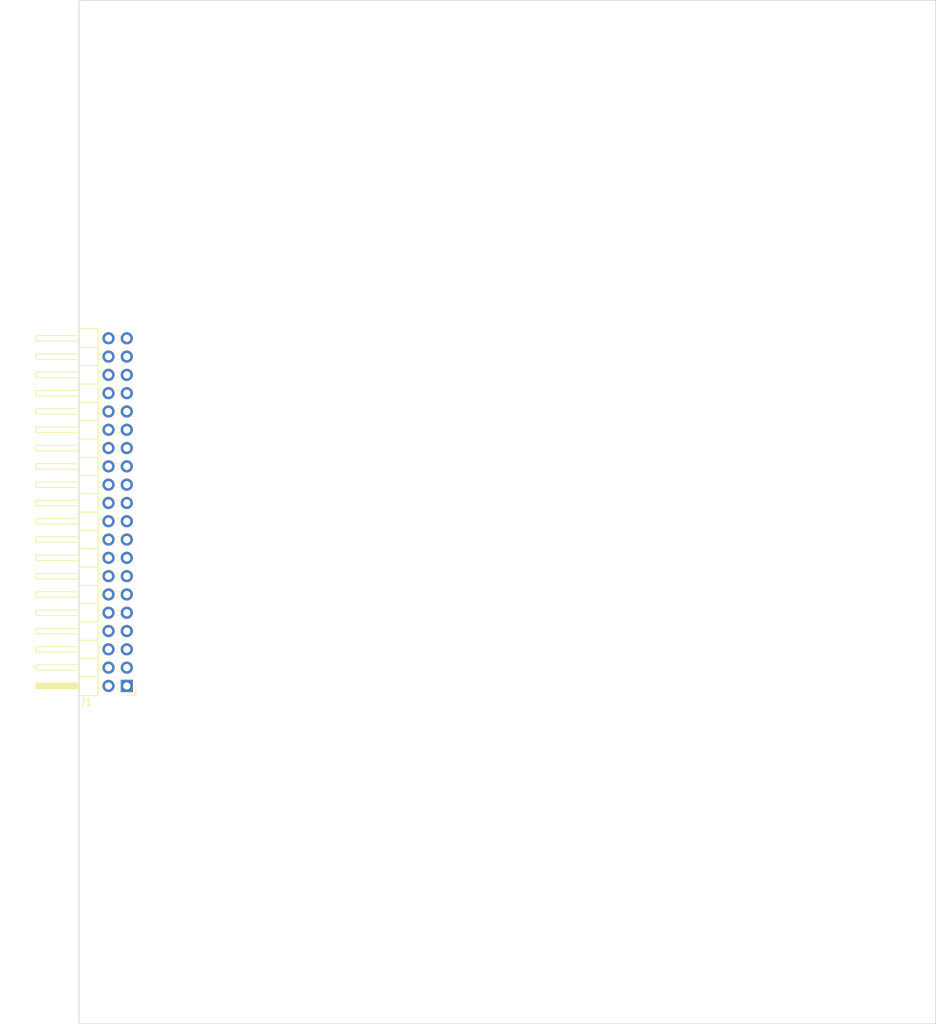
<source format=kicad_pcb>
(kicad_pcb (version 20201220) (generator pcbnew)
  (layers (0 "F.Cu" signal) (31 "B.Cu" signal) (34 "B.Paste" user) (35 "F.Paste" user) (36 "B.SilkS" user "B.Silkscreen") (37 "F.SilkS" user "F.Silkscreen") (38 "B.Mask" user) (39 "F.Mask" user) (44 "Edge.Cuts" user))
  (net 0 "")
  (net 1 "no_connect_35")
  (net 2 "no_connect_33")
  (net 3 "no_connect_32")
  (net 4 "no_connect_31")
  (net 5 "no_connect_30")
  (net 6 "no_connect_29")
  (net 7 "no_connect_28")
  (net 8 "no_connect_27")
  (net 9 "no_connect_26")
  (net 10 "no_connect_25")
  (net 11 "no_connect_24")
  (net 12 "no_connect_22")
  (net 13 "no_connect_21")
  (net 14 "no_connect_20")
  (net 15 "no_connect_19")
  (net 16 "no_connect_18")
  (net 17 "no_connect_17")
  (net 18 "no_connect_16")
  (net 19 "no_connect_15")
  (net 20 "no_connect_14")
  (net 21 "no_connect_13")
  (net 22 "no_connect_11")
  (net 23 "no_connect_10")
  (net 24 "no_connect_9")
  (net 25 "no_connect_8")
  (net 26 "no_connect_7")
  (net 27 "no_connect_6")
  (net 28 "no_connect_5")
  (net 29 "no_connect_4")
  (net 30 "no_connect_3")
  (net 31 "no_connect_2")
  (net 32 "no_connect_40")
  (net 33 "no_connect_39")
  (net 34 "no_connect_38")
  (net 35 "no_connect_37")
  (net 36 "no_connect_36")
  (net 37 "no_connect_34")
  (net 38 "no_connect_23")
  (net 39 "no_connect_12")
  (net 40 "no_connect_1")
  (footprint "Connector_PinHeader_2.54mm:PinHeader_2x20_P2.54mm_Horizontal" (layer "F.Cu") (at 6.64 95.17 180)
    (fp_text reference "J1" (at 5.655 -2.27) (layer "F.SilkS"))
    (fp_text value "Conn_02x20_Counter_Clockwise")
    (fp_line (start 1.042929 45.34) (end 1.497071 45.34) (layer "F.SilkS") (width 0.12))
    (fp_line (start 12.64 7.24) (end 12.64 8) (layer "F.SilkS") (width 0.12))
    (fp_line (start 3.582929 7.24) (end 3.98 7.24) (layer "F.SilkS") (width 0.12))
    (fp_line (start 12.64 15.62) (end 6.64 15.62) (layer "F.SilkS") (width 0.12))
    (fp_line (start 3.582929 33.4) (end 3.98 33.4) (layer "F.SilkS") (width 0.12))
    (fp_line (start 3.582929 45.34) (end 3.98 45.34) (layer "F.SilkS") (width 0.12))
    (fp_line (start 3.582929 0.38) (end 3.98 0.38) (layer "F.SilkS") (width 0.12))
    (fp_line (start 3.582929 14.86) (end 3.98 14.86) (layer "F.SilkS") (width 0.12))
    (fp_line (start 12.64 35.18) (end 12.64 35.94) (layer "F.SilkS") (width 0.12))
    (fp_line (start 1.042929 2.16) (end 1.497071 2.16) (layer "F.SilkS") (width 0.12))
    (fp_line (start 3.98 16.51) (end 6.64 16.51) (layer "F.SilkS") (width 0.12))
    (fp_line (start 1.042929 33.4) (end 1.497071 33.4) (layer "F.SilkS") (width 0.12))
    (fp_line (start 3.98 19.05) (end 6.64 19.05) (layer "F.SilkS") (width 0.12))
    (fp_line (start 1.042929 35.94) (end 1.497071 35.94) (layer "F.SilkS") (width 0.12))
    (fp_line (start 12.64 10.54) (end 6.64 10.54) (layer "F.SilkS") (width 0.12))
    (fp_line (start 12.64 0.38) (end 6.64 0.38) (layer "F.SilkS") (width 0.12))
    (fp_line (start 1.042929 7.24) (end 1.497071 7.24) (layer "F.SilkS") (width 0.12))
    (fp_line (start 3.582929 8) (end 3.98 8) (layer "F.SilkS") (width 0.12))
    (fp_line (start 1.042929 25.78) (end 1.497071 25.78) (layer "F.SilkS") (width 0.12))
    (fp_line (start 12.64 48.64) (end 6.64 48.64) (layer "F.SilkS") (width 0.12))
    (fp_line (start 1.042929 10.54) (end 1.497071 10.54) (layer "F.SilkS") (width 0.12))
    (fp_line (start 3.98 6.35) (end 6.64 6.35) (layer "F.SilkS") (width 0.12))
    (fp_line (start 3.582929 41.02) (end 3.98 41.02) (layer "F.SilkS") (width 0.12))
    (fp_line (start 3.98 39.37) (end 6.64 39.37) (layer "F.SilkS") (width 0.12))
    (fp_line (start 3.98 31.75) (end 6.64 31.75) (layer "F.SilkS") (width 0.12))
    (fp_line (start 6.64 -0.2) (end 12.64 -0.2) (layer "F.SilkS") (width 0.12))
    (fp_line (start 3.582929 5.46) (end 3.98 5.46) (layer "F.SilkS") (width 0.12))
    (fp_line (start 1.042929 40.26) (end 1.497071 40.26) (layer "F.SilkS") (width 0.12))
    (fp_line (start 12.64 37.72) (end 12.64 38.48) (layer "F.SilkS") (width 0.12))
    (fp_line (start 12.64 40.26) (end 12.64 41.02) (layer "F.SilkS") (width 0.12))
    (fp_line (start 3.98 -1.33) (end 3.98 49.59) (layer "F.SilkS") (width 0.12))
    (fp_line (start 3.98 13.97) (end 6.64 13.97) (layer "F.SilkS") (width 0.12))
    (fp_line (start 1.042929 41.02) (end 1.497071 41.02) (layer "F.SilkS") (width 0.12))
    (fp_line (start 12.64 25.78) (end 6.64 25.78) (layer "F.SilkS") (width 0.12))
    (fp_line (start 6.64 37.72) (end 12.64 37.72) (layer "F.SilkS") (width 0.12))
    (fp_line (start -1.27 -1.27) (end 0 -1.27) (layer "F.SilkS") (width 0.12))
    (fp_line (start 3.582929 20.7) (end 3.98 20.7) (layer "F.SilkS") (width 0.12))
    (fp_line (start 12.64 43.56) (end 6.64 43.56) (layer "F.SilkS") (width 0.12))
    (fp_line (start 3.98 1.27) (end 6.64 1.27) (layer "F.SilkS") (width 0.12))
    (fp_line (start 1.042929 18.16) (end 1.497071 18.16) (layer "F.SilkS") (width 0.12))
    (fp_line (start 3.582929 38.48) (end 3.98 38.48) (layer "F.SilkS") (width 0.12))
    (fp_line (start 1.042929 12.32) (end 1.497071 12.32) (layer "F.SilkS") (width 0.12))
    (fp_line (start 12.64 25.02) (end 12.64 25.78) (layer "F.SilkS") (width 0.12))
    (fp_line (start 3.582929 47.88) (end 3.98 47.88) (layer "F.SilkS") (width 0.12))
    (fp_line (start 3.582929 37.72) (end 3.98 37.72) (layer "F.SilkS") (width 0.12))
    (fp_line (start 6.64 -0.38) (end 12.64 -0.38) (layer "F.SilkS") (width 0.12))
    (fp_line (start 1.042929 30.86) (end 1.497071 30.86) (layer "F.SilkS") (width 0.12))
    (fp_line (start 1.042929 13.08) (end 1.497071 13.08) (layer "F.SilkS") (width 0.12))
    (fp_line (start 3.582929 28.32) (end 3.98 28.32) (layer "F.SilkS") (width 0.12))
    (fp_line (start 1.042929 19.94) (end 1.497071 19.94) (layer "F.SilkS") (width 0.12))
    (fp_line (start 3.98 44.45) (end 6.64 44.45) (layer "F.SilkS") (width 0.12))
    (fp_line (start 1.042929 46.1) (end 1.497071 46.1) (layer "F.SilkS") (width 0.12))
    (fp_line (start 3.98 3.81) (end 6.64 3.81) (layer "F.SilkS") (width 0.12))
    (fp_line (start 3.98 46.99) (end 6.64 46.99) (layer "F.SilkS") (width 0.12))
    (fp_line (start 6.64 49.59) (end 6.64 -1.33) (layer "F.SilkS") (width 0.12))
    (fp_line (start 3.582929 25.02) (end 3.98 25.02) (layer "F.SilkS") (width 0.12))
    (fp_line (start 1.042929 38.48) (end 1.497071 38.48) (layer "F.SilkS") (width 0.12))
    (fp_line (start 3.582929 25.78) (end 3.98 25.78) (layer "F.SilkS") (width 0.12))
    (fp_line (start 12.64 19.94) (end 12.64 20.7) (layer "F.SilkS") (width 0.12))
    (fp_line (start 12.64 9.78) (end 12.64 10.54) (layer "F.SilkS") (width 0.12))
    (fp_line (start 6.64 0.16) (end 12.64 0.16) (layer "F.SilkS") (width 0.12))
    (fp_line (start 1.11 0.38) (end 1.497071 0.38) (layer "F.SilkS") (width 0.12))
    (fp_line (start 3.582929 23.24) (end 3.98 23.24) (layer "F.SilkS") (width 0.12))
    (fp_line (start 1.042929 37.72) (end 1.497071 37.72) (layer "F.SilkS") (width 0.12))
    (fp_line (start 12.64 30.86) (end 6.64 30.86) (layer "F.SilkS") (width 0.12))
    (fp_line (start 12.64 45.34) (end 12.64 46.1) (layer "F.SilkS") (width 0.12))
    (fp_line (start 6.64 7.24) (end 12.64 7.24) (layer "F.SilkS") (width 0.12))
    (fp_line (start 3.98 26.67) (end 6.64 26.67) (layer "F.SilkS") (width 0.12))
    (fp_line (start 12.64 2.92) (end 6.64 2.92) (layer "F.SilkS") (width 0.12))
    (fp_line (start 3.582929 13.08) (end 3.98 13.08) (layer "F.SilkS") (width 0.12))
    (fp_line (start 6.64 -1.33) (end 3.98 -1.33) (layer "F.SilkS") (width 0.12))
    (fp_line (start 6.64 47.88) (end 12.64 47.88) (layer "F.SilkS") (width 0.12))
    (fp_line (start 3.582929 27.56) (end 3.98 27.56) (layer "F.SilkS") (width 0.12))
    (fp_line (start 6.64 40.26) (end 12.64 40.26) (layer "F.SilkS") (width 0.12))
    (fp_line (start 6.64 -0.32) (end 12.64 -0.32) (layer "F.SilkS") (width 0.12))
    (fp_line (start -1.27 0) (end -1.27 -1.27) (layer "F.SilkS") (width 0.12))
    (fp_line (start 3.98 36.83) (end 6.64 36.83) (layer "F.SilkS") (width 0.12))
    (fp_line (start 1.042929 17.4) (end 1.497071 17.4) (layer "F.SilkS") (width 0.12))
    (fp_line (start 6.64 22.48) (end 12.64 22.48) (layer "F.SilkS") (width 0.12))
    (fp_line (start 12.64 2.16) (end 12.64 2.92) (layer "F.SilkS") (width 0.12))
    (fp_line (start 12.64 12.32) (end 12.64 13.08) (layer "F.SilkS") (width 0.12))
    (fp_line (start 6.64 4.7) (end 12.64 4.7) (layer "F.SilkS") (width 0.12))
    (fp_line (start 3.582929 18.16) (end 3.98 18.16) (layer "F.SilkS") (width 0.12))
    (fp_line (start 3.582929 46.1) (end 3.98 46.1) (layer "F.SilkS") (width 0.12))
    (fp_line (start 3.582929 10.54) (end 3.98 10.54) (layer "F.SilkS") (width 0.12))
    (fp_line (start 12.64 46.1) (end 6.64 46.1) (layer "F.SilkS") (width 0.12))
    (fp_line (start 6.64 19.94) (end 12.64 19.94) (layer "F.SilkS") (width 0.12))
    (fp_line (start 1.042929 43.56) (end 1.497071 43.56) (layer "F.SilkS") (width 0.12))
    (fp_line (start 3.582929 43.56) (end 3.98 43.56) (layer "F.SilkS") (width 0.12))
    (fp_line (start 12.64 23.24) (end 6.64 23.24) (layer "F.SilkS") (width 0.12))
    (fp_line (start 1.042929 28.32) (end 1.497071 28.32) (layer "F.SilkS") (width 0.12))
    (fp_line (start 1.042929 47.88) (end 1.497071 47.88) (layer "F.SilkS") (width 0.12))
    (fp_line (start 3.98 29.21) (end 6.64 29.21) (layer "F.SilkS") (width 0.12))
    (fp_line (start 12.64 41.02) (end 6.64 41.02) (layer "F.SilkS") (width 0.12))
    (fp_line (start 6.64 27.56) (end 12.64 27.56) (layer "F.SilkS") (width 0.12))
    (fp_line (start 12.64 47.88) (end 12.64 48.64) (layer "F.SilkS") (width 0.12))
    (fp_line (start 12.64 28.32) (end 6.64 28.32) (layer "F.SilkS") (width 0.12))
    (fp_line (start 12.64 33.4) (end 6.64 33.4) (layer "F.SilkS") (width 0.12))
    (fp_line (start 3.582929 17.4) (end 3.98 17.4) (layer "F.SilkS") (width 0.12))
    (fp_line (start 1.042929 32.64) (end 1.497071 32.64) (layer "F.SilkS") (width 0.12))
    (fp_line (start 6.64 -0.08) (end 12.64 -0.08) (layer "F.SilkS") (width 0.12))
    (fp_line (start 3.582929 48.64) (end 3.98 48.64) (layer "F.SilkS") (width 0.12))
    (fp_line (start 1.042929 2.92) (end 1.497071 2.92) (layer "F.SilkS") (width 0.12))
    (fp_line (start 3.582929 -0.38) (end 3.98 -0.38) (layer "F.SilkS") (width 0.12))
    (fp_line (start 6.64 35.18) (end 12.64 35.18) (layer "F.SilkS") (width 0.12))
    (fp_line (start 3.98 34.29) (end 6.64 34.29) (layer "F.SilkS") (width 0.12))
    (fp_line (start 12.64 17.4) (end 12.64 18.16) (layer "F.SilkS") (width 0.12))
    (fp_line (start 12.64 20.7) (end 6.64 20.7) (layer "F.SilkS") (width 0.12))
    (fp_line (start 1.042929 22.48) (end 1.497071 22.48) (layer "F.SilkS") (width 0.12))
    (fp_line (start 3.582929 4.7) (end 3.98 4.7) (layer "F.SilkS") (width 0.12))
    (fp_line (start 3.582929 35.94) (end 3.98 35.94) (layer "F.SilkS") (width 0.12))
    (fp_line (start 3.98 41.91) (end 6.64 41.91) (layer "F.SilkS") (width 0.12))
    (fp_line (start 1.042929 23.24) (end 1.497071 23.24) (layer "F.SilkS") (width 0.12))
    (fp_line (start 1.042929 25.02) (end 1.497071 25.02) (layer "F.SilkS") (width 0.12))
    (fp_line (start 3.98 8.89) (end 6.64 8.89) (layer "F.SilkS") (width 0.12))
    (fp_line (start 12.64 27.56) (end 12.64 28.32) (layer "F.SilkS") (width 0.12))
    (fp_line (start 1.042929 9.78) (end 1.497071 9.78) (layer "F.SilkS") (width 0.12))
    (fp_line (start 3.582929 19.94) (end 3.98 19.94) (layer "F.SilkS") (width 0.12))
    (fp_line (start 1.042929 35.18) (end 1.497071 35.18) (layer "F.SilkS") (width 0.12))
    (fp_line (start 3.582929 15.62) (end 3.98 15.62) (layer "F.SilkS") (width 0.12))
    (fp_line (start 12.64 30.1) (end 12.64 30.86) (layer "F.SilkS") (width 0.12))
    (fp_line (start 6.64 2.16) (end 12.64 2.16) (layer "F.SilkS") (width 0.12))
    (fp_line (start 3.582929 40.26) (end 3.98 40.26) (layer "F.SilkS") (width 0.12))
    (fp_line (start 1.042929 8) (end 1.497071 8) (layer "F.SilkS") (width 0.12))
    (fp_line (start 6.64 45.34) (end 12.64 45.34) (layer "F.SilkS") (width 0.12))
    (fp_line (start 3.98 11.43) (end 6.64 11.43) (layer "F.SilkS") (width 0.12))
    (fp_line (start 12.64 32.64) (end 12.64 33.4) (layer "F.SilkS") (width 0.12))
    (fp_line (start 12.64 13.08) (end 6.64 13.08) (layer "F.SilkS") (width 0.12))
    (fp_line (start 1.042929 4.7) (end 1.497071 4.7) (layer "F.SilkS") (width 0.12))
    (fp_line (start 12.64 42.8) (end 12.64 43.56) (layer "F.SilkS") (width 0.12))
    (fp_line (start 6.64 30.1) (end 12.64 30.1) (layer "F.SilkS") (width 0.12))
    (fp_line (start 6.64 42.8) (end 12.64 42.8) (layer "F.SilkS") (width 0.12))
    (fp_line (start 3.98 24.13) (end 6.64 24.13) (layer "F.SilkS") (width 0.12))
    (fp_line (start 1.042929 20.7) (end 1.497071 20.7) (layer "F.SilkS") (width 0.12))
    (fp_line (start 3.582929 2.16) (end 3.98 2.16) (layer "F.SilkS") (width 0.12))
    (fp_line (start 6.64 14.86) (end 12.64 14.86) (layer "F.SilkS") (width 0.12))
    (fp_line (start 1.042929 48.64) (end 1.497071 48.64) (layer "F.SilkS") (width 0.12))
    (fp_line (start 1.042929 5.46) (end 1.497071 5.46) (layer "F.SilkS") (width 0.12))
    (fp_line (start 12.64 5.46) (end 6.64 5.46) (layer "F.SilkS") (width 0.12))
    (fp_line (start 6.64 12.32) (end 12.64 12.32) (layer "F.SilkS") (width 0.12))
    (fp_line (start 12.64 -0.38) (end 12.64 0.38) (layer "F.SilkS") (width 0.12))
    (fp_line (start 3.582929 30.86) (end 3.98 30.86) (layer "F.SilkS") (width 0.12))
    (fp_line (start 3.582929 32.64) (end 3.98 32.64) (layer "F.SilkS") (width 0.12))
    (fp_line (start 6.64 0.04) (end 12.64 0.04) (layer "F.SilkS") (width 0.12))
    (fp_line (start 3.582929 35.18) (end 3.98 35.18) (layer "F.SilkS") (width 0.12))
    (fp_line (start 6.64 9.78) (end 12.64 9.78) (layer "F.SilkS") (width 0.12))
    (fp_line (start 3.582929 22.48) (end 3.98 22.48) (layer "F.SilkS") (width 0.12))
    (fp_line (start 1.042929 30.1) (end 1.497071 30.1) (layer "F.SilkS") (width 0.12))
    (fp_line (start 3.582929 42.8) (end 3.98 42.8) (layer "F.SilkS") (width 0.12))
    (fp_line (start 1.042929 27.56) (end 1.497071 27.56) (layer "F.SilkS") (width 0.12))
    (fp_line (start 1.11 -0.38) (end 1.497071 -0.38) (layer "F.SilkS") (width 0.12))
    (fp_line (start 12.64 14.86) (end 12.64 15.62) (layer "F.SilkS") (width 0.12))
    (fp_line (start 3.98 21.59) (end 6.64 21.59) (layer "F.SilkS") (width 0.12))
    (fp_line (start 6.64 32.64) (end 12.64 32.64) (layer "F.SilkS") (width 0.12))
    (fp_line (start 12.64 38.48) (end 6.64 38.48) (layer "F.SilkS") (width 0.12))
    (fp_line (start 3.582929 30.1) (end 3.98 30.1) (layer "F.SilkS") (width 0.12))
    (fp_line (start 1.042929 14.86) (end 1.497071 14.86) (layer "F.SilkS") (width 0.12))
    (fp_line (start 12.64 18.16) (end 6.64 18.16) (layer "F.SilkS") (width 0.12))
    (fp_line (start 12.64 8) (end 6.64 8) (layer "F.SilkS") (width 0.12))
    (fp_line (start 6.64 17.4) (end 12.64 17.4) (layer "F.SilkS") (width 0.12))
    (fp_line (start 6.64 25.02) (end 12.64 25.02) (layer "F.SilkS") (width 0.12))
    (fp_line (start 3.582929 9.78) (end 3.98 9.78) (layer "F.SilkS") (width 0.12))
    (fp_line (start 12.64 22.48) (end 12.64 23.24) (layer "F.SilkS") (width 0.12))
    (fp_line (start 1.042929 42.8) (end 1.497071 42.8) (layer "F.SilkS") (width 0.12))
    (fp_line (start 6.64 0.28) (end 12.64 0.28) (layer "F.SilkS") (width 0.12))
    (fp_line (start 3.98 49.59) (end 6.64 49.59) (layer "F.SilkS") (width 0.12))
    (fp_line (start 1.042929 15.62) (end 1.497071 15.62) (layer "F.SilkS") (width 0.12))
    (fp_line (start 12.64 4.7) (end 12.64 5.46) (layer "F.SilkS") (width 0.12))
    (fp_line (start 3.582929 2.92) (end 3.98 2.92) (layer "F.SilkS") (width 0.12))
    (fp_line (start 12.64 35.94) (end 6.64 35.94) (layer "F.SilkS") (width 0.12))
    (fp_line (start 3.582929 12.32) (end 3.98 12.32) (layer "F.SilkS") (width 0.12))
    (pad "1" thru_hole rect (at 0 0 180) (size 1.7 1.7) (drill 1) (layers *.Cu *.Mask) (net 40 "no_connect_1"))
    (pad "2" thru_hole oval (at 2.54 0 180) (size 1.7 1.7) (drill 1) (layers *.Cu *.Mask) (net 39 "no_connect_12"))
    (pad "3" thru_hole oval (at 0 2.54 180) (size 1.7 1.7) (drill 1) (layers *.Cu *.Mask) (net 38 "no_connect_23"))
    (pad "4" thru_hole oval (at 2.54 2.54 180) (size 1.7 1.7) (drill 1) (layers *.Cu *.Mask) (net 37 "no_connect_34"))
    (pad "5" thru_hole oval (at 0 5.08 180) (size 1.7 1.7) (drill 1) (layers *.Cu *.Mask) (net 36 "no_connect_36"))
    (pad "6" thru_hole oval (at 2.54 5.08 180) (size 1.7 1.7) (drill 1) (layers *.Cu *.Mask) (net 35 "no_connect_37"))
    (pad "7" thru_hole oval (at 0 7.62 180) (size 1.7 1.7) (drill 1) (layers *.Cu *.Mask) (net 34 "no_connect_38"))
    (pad "8" thru_hole oval (at 2.54 7.62 180) (size 1.7 1.7) (drill 1) (layers *.Cu *.Mask) (net 33 "no_connect_39"))
    (pad "9" thru_hole oval (at 0 10.16 180) (size 1.7 1.7) (drill 1) (layers *.Cu *.Mask) (net 32 "no_connect_40"))
    (pad "10" thru_hole oval (at 2.54 10.16 180) (size 1.7 1.7) (drill 1) (layers *.Cu *.Mask) (net 31 "no_connect_2"))
    (pad "11" thru_hole oval (at 0 12.7 180) (size 1.7 1.7) (drill 1) (layers *.Cu *.Mask) (net 30 "no_connect_3"))
    (pad "12" thru_hole oval (at 2.54 12.7 180) (size 1.7 1.7) (drill 1) (layers *.Cu *.Mask) (net 29 "no_connect_4"))
    (pad "13" thru_hole oval (at 0 15.24 180) (size 1.7 1.7) (drill 1) (layers *.Cu *.Mask) (net 28 "no_connect_5"))
    (pad "14" thru_hole oval (at 2.54 15.24 180) (size 1.7 1.7) (drill 1) (layers *.Cu *.Mask) (net 27 "no_connect_6"))
    (pad "15" thru_hole oval (at 0 17.78 180) (size 1.7 1.7) (drill 1) (layers *.Cu *.Mask) (net 26 "no_connect_7"))
    (pad "16" thru_hole oval (at 2.54 17.78 180) (size 1.7 1.7) (drill 1) (layers *.Cu *.Mask) (net 25 "no_connect_8"))
    (pad "17" thru_hole oval (at 0 20.32 180) (size 1.7 1.7) (drill 1) (layers *.Cu *.Mask) (net 24 "no_connect_9"))
    (pad "18" thru_hole oval (at 2.54 20.32 180) (size 1.7 1.7) (drill 1) (layers *.Cu *.Mask) (net 23 "no_connect_10"))
    (pad "19" thru_hole oval (at 0 22.86 180) (size 1.7 1.7) (drill 1) (layers *.Cu *.Mask) (net 22 "no_connect_11"))
    (pad "20" thru_hole oval (at 2.54 22.86 180) (size 1.7 1.7) (drill 1) (layers *.Cu *.Mask) (net 21 "no_connect_13"))
    (pad "21" thru_hole oval (at 0 25.4 180) (size 1.7 1.7) (drill 1) (layers *.Cu *.Mask) (net 20 "no_connect_14"))
    (pad "22" thru_hole oval (at 2.54 25.4 180) (size 1.7 1.7) (drill 1) (layers *.Cu *.Mask) (net 19 "no_connect_15"))
    (pad "23" thru_hole oval (at 0 27.94 180) (size 1.7 1.7) (drill 1) (layers *.Cu *.Mask) (net 18 "no_connect_16"))
    (pad "24" thru_hole oval (at 2.54 27.94 180) (size 1.7 1.7) (drill 1) (layers *.Cu *.Mask) (net 17 "no_connect_17"))
    (pad "25" thru_hole oval (at 0 30.48 180) (size 1.7 1.7) (drill 1) (layers *.Cu *.Mask) (net 16 "no_connect_18"))
    (pad "26" thru_hole oval (at 2.54 30.48 180) (size 1.7 1.7) (drill 1) (layers *.Cu *.Mask) (net 15 "no_connect_19"))
    (pad "27" thru_hole oval (at 0 33.02 180) (size 1.7 1.7) (drill 1) (layers *.Cu *.Mask) (net 14 "no_connect_20"))
    (pad "28" thru_hole oval (at 2.54 33.02 180) (size 1.7 1.7) (drill 1) (layers *.Cu *.Mask) (net 13 "no_connect_21"))
    (pad "29" thru_hole oval (at 0 35.56 180) (size 1.7 1.7) (drill 1) (layers *.Cu *.Mask) (net 12 "no_connect_22"))
    (pad "30" thru_hole oval (at 2.54 35.56 180) (size 1.7 1.7) (drill 1) (layers *.Cu *.Mask) (net 11 "no_connect_24"))
    (pad "31" thru_hole oval (at 0 38.1 180) (size 1.7 1.7) (drill 1) (layers *.Cu *.Mask) (net 10 "no_connect_25"))
    (pad "32" thru_hole oval (at 2.54 38.1 180) (size 1.7 1.7) (drill 1) (layers *.Cu *.Mask) (net 9 "no_connect_26"))
    (pad "33" thru_hole oval (at 0 40.64 180) (size 1.7 1.7) (drill 1) (layers *.Cu *.Mask) (net 8 "no_connect_27"))
    (pad "34" thru_hole oval (at 2.54 40.64 180) (size 1.7 1.7) (drill 1) (layers *.Cu *.Mask) (net 7 "no_connect_28"))
    (pad "35" thru_hole oval (at 0 43.18 180) (size 1.7 1.7) (drill 1) (layers *.Cu *.Mask) (net 6 "no_connect_29"))
    (pad "36" thru_hole oval (at 2.54 43.18 180) (size 1.7 1.7) (drill 1) (layers *.Cu *.Mask) (net 5 "no_connect_30"))
    (pad "37" thru_hole oval (at 0 45.72 180) (size 1.7 1.7) (drill 1) (layers *.Cu *.Mask) (net 4 "no_connect_31"))
    (pad "38" thru_hole oval (at 2.54 45.72 180) (size 1.7 1.7) (drill 1) (layers *.Cu *.Mask) (net 3 "no_connect_32"))
    (pad "39" thru_hole oval (at 0 48.26 180) (size 1.7 1.7) (drill 1) (layers *.Cu *.Mask) (net 2 "no_connect_33"))
    (pad "40" thru_hole oval (at 2.54 48.26 180) (size 1.7 1.7) (drill 1) (layers *.Cu *.Mask) (net 1 "no_connect_35"))
  )
  (gr_line (start 119 0) (end 119 142.08) (layer "Edge.Cuts") (width 0.1))
  (gr_line (start 0 0) (end 119 0) (layer "Edge.Cuts") (width 0.1))
  (gr_line (start 0 142.08) (end 119 142.08) (layer "Edge.Cuts") (width 0.1))
  (gr_line (start 0 0) (end 0 142.08) (layer "Edge.Cuts") (width 0.1))
)
</source>
